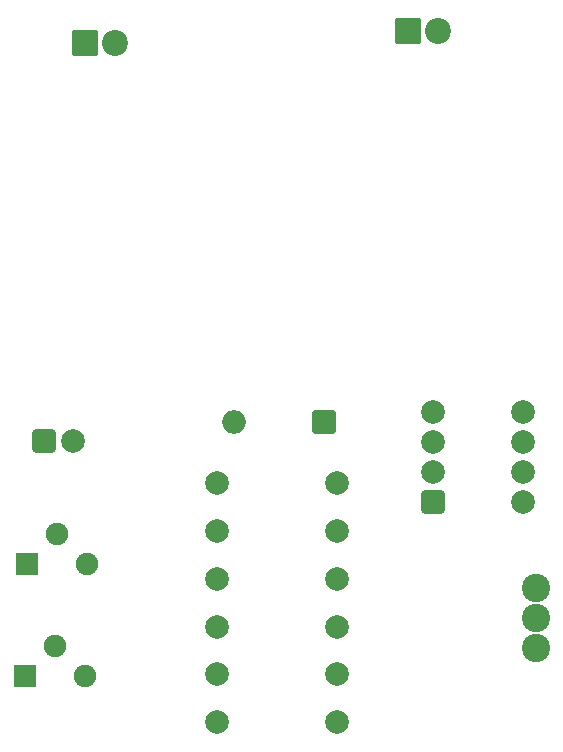
<source format=gbr>
%TF.GenerationSoftware,KiCad,Pcbnew,9.0.6*%
%TF.CreationDate,2025-12-01T23:05:10+01:00*%
%TF.ProjectId,Coala,436f616c-612e-46b6-9963-61645f706362,rev?*%
%TF.SameCoordinates,Original*%
%TF.FileFunction,Soldermask,Top*%
%TF.FilePolarity,Negative*%
%FSLAX46Y46*%
G04 Gerber Fmt 4.6, Leading zero omitted, Abs format (unit mm)*
G04 Created by KiCad (PCBNEW 9.0.6) date 2025-12-01 23:05:10*
%MOMM*%
%LPD*%
G01*
G04 APERTURE LIST*
G04 Aperture macros list*
%AMRoundRect*
0 Rectangle with rounded corners*
0 $1 Rounding radius*
0 $2 $3 $4 $5 $6 $7 $8 $9 X,Y pos of 4 corners*
0 Add a 4 corners polygon primitive as box body*
4,1,4,$2,$3,$4,$5,$6,$7,$8,$9,$2,$3,0*
0 Add four circle primitives for the rounded corners*
1,1,$1+$1,$2,$3*
1,1,$1+$1,$4,$5*
1,1,$1+$1,$6,$7*
1,1,$1+$1,$8,$9*
0 Add four rect primitives between the rounded corners*
20,1,$1+$1,$2,$3,$4,$5,0*
20,1,$1+$1,$4,$5,$6,$7,0*
20,1,$1+$1,$6,$7,$8,$9,0*
20,1,$1+$1,$8,$9,$2,$3,0*%
G04 Aperture macros list end*
%ADD10C,1.900000*%
%ADD11RoundRect,0.200000X-0.750000X-0.750000X0.750000X-0.750000X0.750000X0.750000X-0.750000X0.750000X0*%
%ADD12RoundRect,0.312500X-0.687500X-0.687500X0.687500X-0.687500X0.687500X0.687500X-0.687500X0.687500X0*%
%ADD13C,2.000000*%
%ADD14C,2.400000*%
%ADD15RoundRect,0.200000X0.800000X0.800000X-0.800000X0.800000X-0.800000X-0.800000X0.800000X-0.800000X0*%
%ADD16O,2.000000X2.000000*%
%ADD17RoundRect,0.200000X-0.900000X-0.900000X0.900000X-0.900000X0.900000X0.900000X-0.900000X0.900000X0*%
%ADD18C,2.200000*%
G04 APERTURE END LIST*
D10*
%TO.C,Q1*%
X124380000Y-134100000D03*
X121840000Y-131560000D03*
D11*
X119300000Y-134100000D03*
%TD*%
D10*
%TO.C,Q2*%
X124580000Y-124600000D03*
X122040000Y-122060000D03*
D11*
X119500000Y-124600000D03*
%TD*%
D12*
%TO.C,U1*%
X153900000Y-119380000D03*
D13*
X153900000Y-116840000D03*
X153900000Y-114300000D03*
X153900000Y-111760000D03*
X161520000Y-111760000D03*
X161520000Y-114300000D03*
X161520000Y-116840000D03*
X161520000Y-119380000D03*
%TD*%
D14*
%TO.C,S1*%
X162600000Y-131700000D03*
X162600000Y-129160000D03*
X162600000Y-126620000D03*
%TD*%
D13*
%TO.C,R7*%
X135555821Y-121823942D03*
X145715821Y-121823942D03*
%TD*%
%TO.C,R6*%
X135555821Y-125873942D03*
X145715821Y-125873942D03*
%TD*%
%TO.C,R5*%
X135555821Y-129923942D03*
X145715821Y-129923942D03*
%TD*%
%TO.C,R4*%
X135555821Y-133973942D03*
X145715821Y-133973942D03*
%TD*%
%TO.C,R3*%
X135555821Y-138023942D03*
X145715821Y-138023942D03*
%TD*%
%TO.C,R1off1*%
X135555821Y-117773942D03*
X145715821Y-117773942D03*
%TD*%
D15*
%TO.C,D3*%
X144620000Y-112600000D03*
D16*
X137000000Y-112600000D03*
%TD*%
D17*
%TO.C,D2*%
X151725000Y-79500000D03*
D18*
X154265000Y-79500000D03*
%TD*%
D17*
%TO.C,D1*%
X124425000Y-80500000D03*
D18*
X126965000Y-80500000D03*
%TD*%
D12*
%TO.C,C1*%
X120900000Y-114200000D03*
D13*
X123400000Y-114200000D03*
%TD*%
M02*

</source>
